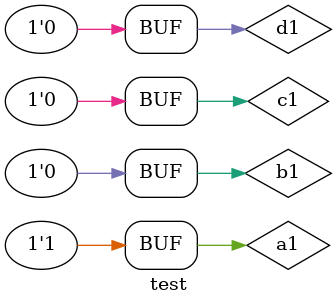
<source format=v>
module Encoder42(a,b,c,d,x,y);
         input a,b,c,d;
         output x,y;
         assign x=a|b;
         assign y=a|c;
endmodule

module test;
    reg a1,b1,c1,d1;
    wire x1,y1;
    Encoder42 obj(a1,b1,c1,d1,x1,y1);
    initial begin
        $display("a\tb\tc\td\tx\ty\t");
        $monitor("%b\t%b\t%b\t%b\t%b\t%b\t",a1,b1,c1,d1,x1,y1);
        a1=0; b1=0; c1=0;d1=1;
        #10 a1=0; b1=0; c1=1;d1=0;
        #10 a1=0; b1=1; c1=0;d1=0; 
        #10 a1=1; b1=0; c1=0;d1=0;
    end
    
endmodule
</source>
